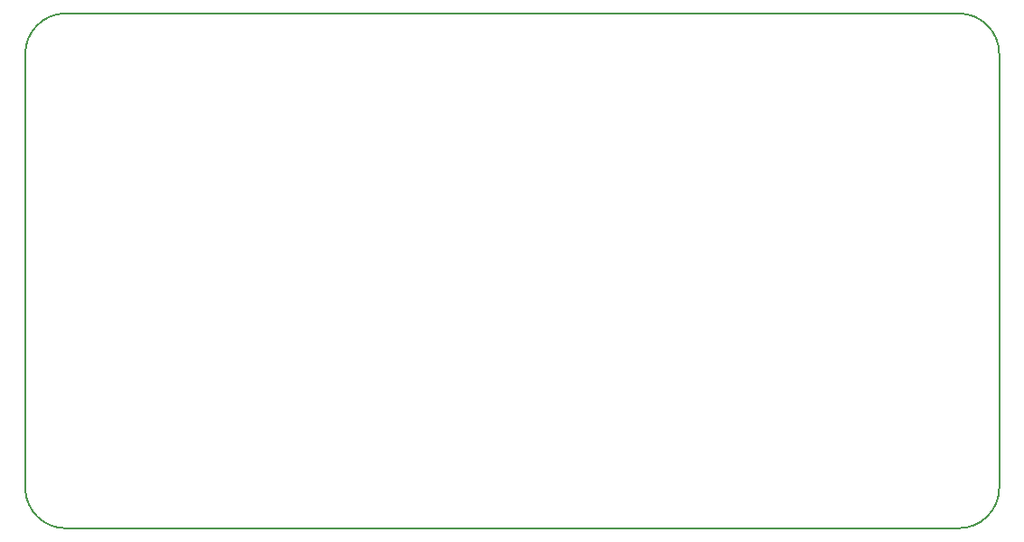
<source format=gm1>
G04 #@! TF.GenerationSoftware,KiCad,Pcbnew,5.0.2-bee76a0~70~ubuntu18.04.1*
G04 #@! TF.CreationDate,2019-06-09T10:31:05+02:00*
G04 #@! TF.ProjectId,JTAG-SWD-adapter,4b744c69-6e6b-4416-9461-707465722e6b,rev?*
G04 #@! TF.SameCoordinates,PX18392c0PY54c81a0*
G04 #@! TF.FileFunction,Profile,NP*
%FSLAX46Y46*%
G04 Gerber Fmt 4.6, Leading zero omitted, Abs format (unit mm)*
G04 Created by KiCad (PCBNEW 5.0.2-bee76a0~70~ubuntu18.04.1) date ned 09 jun 2019 10:31:05 CEST*
%MOMM*%
%LPD*%
G01*
G04 APERTURE LIST*
%ADD10C,0.150000*%
G04 APERTURE END LIST*
D10*
X3810000Y49530000D02*
G75*
G03X0Y45720000I0J-3810000D01*
G01*
X2115Y4953070D02*
G75*
G03X3810000Y1270000I3807885J126930D01*
G01*
X87312570Y1272115D02*
G75*
G03X91249500Y5080000I126930J3807885D01*
G01*
X91249500Y45720000D02*
G75*
G03X87439500Y49530000I-3810000J0D01*
G01*
X3810000Y49530000D02*
X87439500Y49530000D01*
X0Y4953000D02*
X0Y45720000D01*
X87312500Y1270000D02*
X3810000Y1270000D01*
X91249500Y45720000D02*
X91249500Y5080000D01*
M02*

</source>
